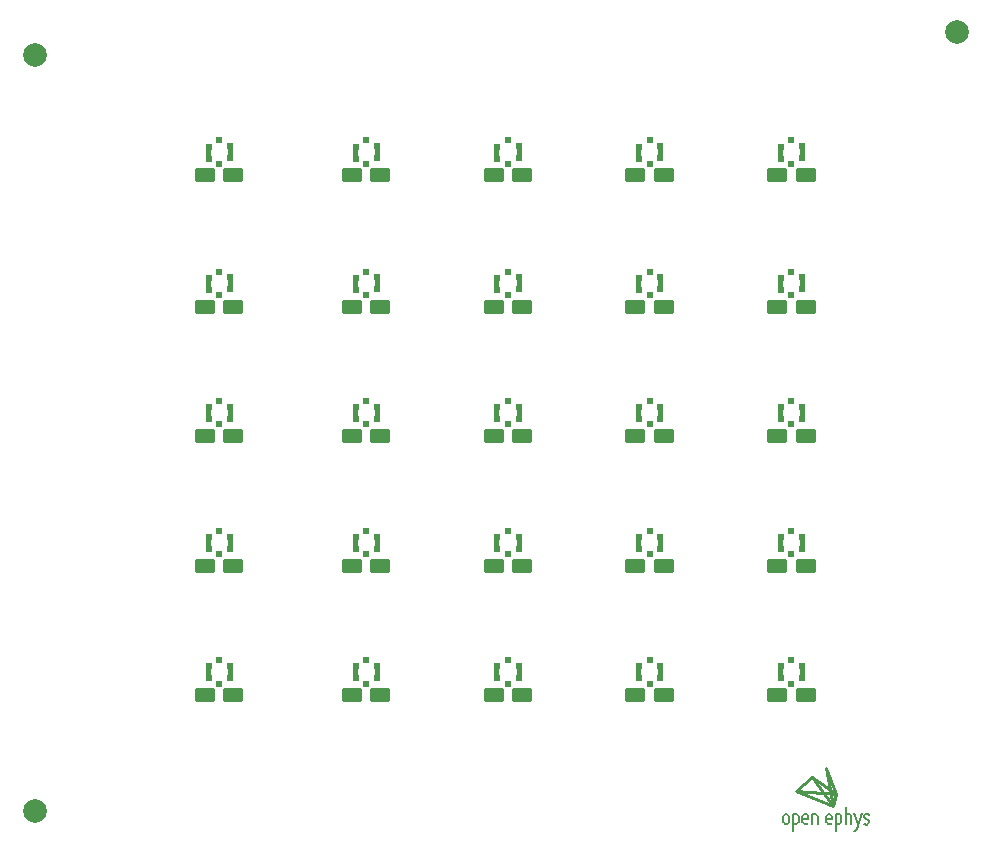
<source format=gts>
%TF.GenerationSoftware,KiCad,Pcbnew,(6.0.0)*%
%TF.CreationDate,2022-01-23T05:48:29-08:00*%
%TF.ProjectId,headstage-64s-coax-adapter_panel,68656164-7374-4616-9765-2d3634732d63,A*%
%TF.SameCoordinates,Original*%
%TF.FileFunction,Soldermask,Top*%
%TF.FilePolarity,Negative*%
%FSLAX46Y46*%
G04 Gerber Fmt 4.6, Leading zero omitted, Abs format (unit mm)*
G04 Created by KiCad (PCBNEW (6.0.0)) date 2022-01-23 05:48:29*
%MOMM*%
%LPD*%
G01*
G04 APERTURE LIST*
G04 Aperture macros list*
%AMRoundRect*
0 Rectangle with rounded corners*
0 $1 Rounding radius*
0 $2 $3 $4 $5 $6 $7 $8 $9 X,Y pos of 4 corners*
0 Add a 4 corners polygon primitive as box body*
4,1,4,$2,$3,$4,$5,$6,$7,$8,$9,$2,$3,0*
0 Add four circle primitives for the rounded corners*
1,1,$1+$1,$2,$3*
1,1,$1+$1,$4,$5*
1,1,$1+$1,$6,$7*
1,1,$1+$1,$8,$9*
0 Add four rect primitives between the rounded corners*
20,1,$1+$1,$2,$3,$4,$5,0*
20,1,$1+$1,$4,$5,$6,$7,0*
20,1,$1+$1,$6,$7,$8,$9,0*
20,1,$1+$1,$8,$9,$2,$3,0*%
%AMFreePoly0*
4,1,9,0.200000,-0.700000,-0.316000,-0.700000,-0.316000,-0.220000,-0.236000,-0.140000,-0.236000,0.260000,-0.316000,0.340000,-0.316000,0.824000,0.200000,0.824000,0.200000,-0.700000,0.200000,-0.700000,$1*%
G04 Aperture macros list end*
%ADD10C,0.275000*%
%ADD11C,0.180000*%
%ADD12RoundRect,0.312500X0.562500X-0.312500X0.562500X0.312500X-0.562500X0.312500X-0.562500X-0.312500X0*%
%ADD13FreePoly0,180.000000*%
%ADD14R,0.500000X0.500000*%
%ADD15FreePoly0,0.000000*%
%ADD16R,0.600000X0.550000*%
%ADD17C,2.000000*%
G04 APERTURE END LIST*
D10*
%TO.C,*%
X210720000Y-120438750D02*
X207620000Y-119138750D01*
X207620000Y-119138750D02*
X211020000Y-119438750D01*
X210720000Y-120438750D02*
X211020000Y-119438750D01*
X210720000Y-120438750D02*
X210120000Y-117238750D01*
X210120000Y-117238750D02*
X211020000Y-119438750D01*
X211020000Y-119438750D02*
X208920000Y-117938750D01*
X207620000Y-119138750D02*
X208920000Y-117938750D01*
X208920000Y-117938750D02*
X210720000Y-120438750D01*
D11*
X206700000Y-121978750D02*
X206820000Y-121978750D01*
X206820000Y-121978750D02*
G75*
G03*
X207000000Y-121798750I0J180000D01*
G01*
X207000000Y-121798750D02*
X207000000Y-121278750D01*
X207000000Y-121278750D02*
G75*
G03*
X206820000Y-121098750I-180000J0D01*
G01*
X206820000Y-121098750D02*
X206700000Y-121098750D01*
X206700000Y-121098750D02*
G75*
G03*
X206520000Y-121278750I0J-180000D01*
G01*
X206520000Y-121278750D02*
X206520000Y-121798750D01*
X206520000Y-121798750D02*
G75*
G03*
X206700000Y-121978750I180000J0D01*
G01*
X208620000Y-121278750D02*
G75*
G03*
X208440000Y-121098750I-180000J0D01*
G01*
X208440000Y-121098750D02*
X208320000Y-121098750D01*
X208320000Y-121098750D02*
G75*
G03*
X208140000Y-121278750I0J-180000D01*
G01*
X208140000Y-121278750D02*
X208140000Y-121798750D01*
X208140000Y-121798750D02*
G75*
G03*
X208320000Y-121978750I180000J0D01*
G01*
X209440000Y-121978750D02*
X209440000Y-121278750D01*
X209440000Y-121278750D02*
G75*
G03*
X209260000Y-121098750I-180000J0D01*
G01*
X209260000Y-121098750D02*
X208960000Y-121098750D01*
X208960000Y-121098750D02*
X208960000Y-121978750D01*
X210960000Y-121098750D02*
X210960000Y-121978750D01*
X210960000Y-121978750D02*
X211260000Y-121978750D01*
X211260000Y-121978750D02*
G75*
G03*
X211440000Y-121798750I0J180000D01*
G01*
X211440000Y-121798750D02*
X211440000Y-121278750D01*
X211440000Y-121278750D02*
G75*
G03*
X211260000Y-121098750I-180000J0D01*
G01*
X211260000Y-121098750D02*
X210960000Y-121098750D01*
X212290000Y-121978750D02*
X212280000Y-121278750D01*
X212280000Y-121278750D02*
G75*
G03*
X212100000Y-121098750I-180000J0D01*
G01*
X212100000Y-121098750D02*
X211870000Y-121098750D01*
X213660000Y-121058750D02*
X213540000Y-121058750D01*
X213540000Y-121058750D02*
G75*
G03*
X213360000Y-121238750I0J-180000D01*
G01*
X208200000Y-121538750D02*
X208620000Y-121538750D01*
X208320000Y-121978750D02*
X208500000Y-121978750D01*
X208500000Y-121978750D02*
G75*
G03*
X208570000Y-121908750I0J70000D01*
G01*
X208620000Y-121298750D02*
X208620000Y-121538750D01*
X210960000Y-121988750D02*
X210960000Y-122508750D01*
X212510000Y-121008750D02*
X212840000Y-121968750D01*
X213150000Y-121008750D02*
X212730000Y-122358750D01*
X212720000Y-122378750D02*
X212650000Y-122478750D01*
X212650000Y-122478750D02*
X212560000Y-122498750D01*
X212560000Y-122498750D02*
X212510000Y-122498750D01*
X207330000Y-121098750D02*
X207330000Y-121978750D01*
X207330000Y-121978750D02*
X207630000Y-121978750D01*
X207630000Y-121978750D02*
G75*
G03*
X207810000Y-121798750I0J180000D01*
G01*
X207810000Y-121798750D02*
X207810000Y-121278750D01*
X207810000Y-121278750D02*
G75*
G03*
X207630000Y-121098750I-180000J0D01*
G01*
X207630000Y-121098750D02*
X207330000Y-121098750D01*
X207330000Y-121988750D02*
X207330000Y-122508750D01*
X210640000Y-121278750D02*
G75*
G03*
X210460000Y-121098750I-180000J0D01*
G01*
X210460000Y-121098750D02*
X210340000Y-121098750D01*
X210340000Y-121098750D02*
G75*
G03*
X210160000Y-121278750I0J-180000D01*
G01*
X210160000Y-121278750D02*
X210160000Y-121798750D01*
X210160000Y-121798750D02*
G75*
G03*
X210340000Y-121978750I180000J0D01*
G01*
X210220000Y-121538750D02*
X210640000Y-121538750D01*
X210340000Y-121978750D02*
X210520000Y-121978750D01*
X210520000Y-121978750D02*
G75*
G03*
X210590000Y-121908750I0J70000D01*
G01*
X210640000Y-121298750D02*
X210640000Y-121538750D01*
X213360000Y-121248750D02*
X213360000Y-121298750D01*
X213360000Y-121298750D02*
X213370000Y-121348750D01*
X213370000Y-121348750D02*
X213410000Y-121408750D01*
X213410000Y-121408750D02*
X213570000Y-121528750D01*
X213670000Y-121058750D02*
X213710000Y-121078750D01*
X213710000Y-121078750D02*
X213760000Y-121108750D01*
X213760000Y-121108750D02*
X213780000Y-121138750D01*
X213780000Y-121138750D02*
X213780000Y-121158750D01*
X213500000Y-122008750D02*
X213620000Y-122008750D01*
X213620000Y-122008750D02*
G75*
G03*
X213800000Y-121828750I0J180000D01*
G01*
X213800000Y-121818750D02*
X213800000Y-121768750D01*
X213800000Y-121768750D02*
X213790000Y-121718750D01*
X213790000Y-121718750D02*
X213700000Y-121628750D01*
X213700000Y-121628750D02*
X213540000Y-121508750D01*
X213490000Y-122008750D02*
X213450000Y-121988750D01*
X213450000Y-121988750D02*
X213400000Y-121958750D01*
X213400000Y-121958750D02*
X213380000Y-121928750D01*
X213380000Y-121928750D02*
X213380000Y-121908750D01*
X211800000Y-121968750D02*
X211800000Y-120548750D01*
%TD*%
D12*
%TO.C,TP2*%
X206000001Y-67039340D03*
%TD*%
D13*
%TO.C,J1*%
X170214001Y-65015340D03*
D14*
X171200001Y-64077340D03*
D15*
X172186001Y-65139340D03*
D16*
X171200001Y-66052340D03*
%TD*%
D12*
%TO.C,TP1*%
X196400001Y-67039340D03*
%TD*%
%TO.C,TP1*%
X172400001Y-67039340D03*
%TD*%
%TO.C,TP2*%
X157560661Y-67039340D03*
%TD*%
D13*
%TO.C,J1*%
X206214001Y-65015340D03*
D14*
X207200001Y-64077340D03*
D15*
X208186001Y-65139340D03*
D16*
X207200001Y-66052340D03*
%TD*%
D12*
%TO.C,TP1*%
X208400001Y-67039340D03*
%TD*%
D13*
%TO.C,J1*%
X194214001Y-65015340D03*
D14*
X195200001Y-64077340D03*
D15*
X196186001Y-65139340D03*
D16*
X195200001Y-66052340D03*
%TD*%
D12*
%TO.C,TP1*%
X159960661Y-67039340D03*
%TD*%
%TO.C,TP2*%
X182000001Y-67039340D03*
%TD*%
%TO.C,TP2*%
X170000001Y-67039340D03*
%TD*%
D13*
%TO.C,J1*%
X157774661Y-65015340D03*
D14*
X158760661Y-64077340D03*
D15*
X159746661Y-65139340D03*
D16*
X158760661Y-66052340D03*
%TD*%
D12*
%TO.C,TP2*%
X194000001Y-67039340D03*
%TD*%
D13*
%TO.C,J1*%
X182214001Y-65015340D03*
D14*
X183200001Y-64077340D03*
D15*
X184186001Y-65139340D03*
D16*
X183200001Y-66052340D03*
%TD*%
D12*
%TO.C,TP1*%
X184400001Y-67039340D03*
%TD*%
%TO.C,TP2*%
X194000001Y-78160661D03*
%TD*%
%TO.C,TP2*%
X182000001Y-78160661D03*
%TD*%
%TO.C,TP1*%
X208400000Y-89100000D03*
%TD*%
D13*
%TO.C,J1*%
X157774661Y-76136661D03*
D14*
X158760661Y-75198661D03*
D15*
X159746661Y-76260661D03*
D16*
X158760661Y-77173661D03*
%TD*%
D13*
%TO.C,J1*%
X182214001Y-76136661D03*
D14*
X183200001Y-75198661D03*
D15*
X184186001Y-76260661D03*
D16*
X183200001Y-77173661D03*
%TD*%
D12*
%TO.C,TP1*%
X184400001Y-78160661D03*
%TD*%
%TO.C,TP2*%
X170000001Y-78160661D03*
%TD*%
%TO.C,TP2*%
X157560661Y-78160661D03*
%TD*%
D13*
%TO.C,J1*%
X194214000Y-87076000D03*
D14*
X195200000Y-86138000D03*
D15*
X196186000Y-87200000D03*
D16*
X195200000Y-88113000D03*
%TD*%
D12*
%TO.C,TP2*%
X206000000Y-89100000D03*
%TD*%
%TO.C,TP1*%
X196400001Y-78160661D03*
%TD*%
D13*
%TO.C,J1*%
X170214001Y-76136661D03*
D14*
X171200001Y-75198661D03*
D15*
X172186001Y-76260661D03*
D16*
X171200001Y-77173661D03*
%TD*%
D12*
%TO.C,TP1*%
X159960661Y-78160661D03*
%TD*%
%TO.C,TP1*%
X172400001Y-78160661D03*
%TD*%
%TO.C,TP2*%
X206000001Y-78160661D03*
%TD*%
D13*
%TO.C,J1*%
X206214001Y-76136661D03*
D14*
X207200001Y-75198661D03*
D15*
X208186001Y-76260661D03*
D16*
X207200001Y-77173661D03*
%TD*%
D13*
%TO.C,J1*%
X206214000Y-87076000D03*
D14*
X207200000Y-86138000D03*
D15*
X208186000Y-87200000D03*
D16*
X207200000Y-88113000D03*
%TD*%
D13*
%TO.C,J1*%
X194214001Y-76136661D03*
D14*
X195200001Y-75198661D03*
D15*
X196186001Y-76260661D03*
D16*
X195200001Y-77173661D03*
%TD*%
D12*
%TO.C,TP1*%
X208400001Y-78160661D03*
%TD*%
D13*
%TO.C,J1*%
X157774660Y-87076000D03*
D14*
X158760660Y-86138000D03*
D15*
X159746660Y-87200000D03*
D16*
X158760660Y-88113000D03*
%TD*%
D12*
%TO.C,TP2*%
X170000000Y-89100000D03*
%TD*%
%TO.C,TP2*%
X194000000Y-89100000D03*
%TD*%
%TO.C,TP1*%
X196400000Y-89100000D03*
%TD*%
D13*
%TO.C,J1*%
X182214000Y-87076000D03*
D14*
X183200000Y-86138000D03*
D15*
X184186000Y-87200000D03*
D16*
X183200000Y-88113000D03*
%TD*%
D12*
%TO.C,TP2*%
X182000000Y-89100000D03*
%TD*%
%TO.C,TP1*%
X184400000Y-89100000D03*
%TD*%
D13*
%TO.C,J1*%
X170214000Y-87076000D03*
D14*
X171200000Y-86138000D03*
D15*
X172186000Y-87200000D03*
D16*
X171200000Y-88113000D03*
%TD*%
D12*
%TO.C,TP1*%
X172400000Y-89100000D03*
%TD*%
%TO.C,TP2*%
X157560660Y-89100000D03*
%TD*%
%TO.C,TP1*%
X159960660Y-89100000D03*
%TD*%
%TO.C,TP1*%
X208400000Y-100100001D03*
%TD*%
D13*
%TO.C,J1*%
X194214000Y-98076001D03*
D14*
X195200000Y-97138001D03*
D15*
X196186000Y-98200001D03*
D16*
X195200000Y-99113001D03*
%TD*%
D12*
%TO.C,TP2*%
X206000000Y-100100001D03*
%TD*%
D13*
%TO.C,J1*%
X206214000Y-98076001D03*
D14*
X207200000Y-97138001D03*
D15*
X208186000Y-98200001D03*
D16*
X207200000Y-99113001D03*
%TD*%
D13*
%TO.C,J1*%
X157774660Y-98076001D03*
D14*
X158760660Y-97138001D03*
D15*
X159746660Y-98200001D03*
D16*
X158760660Y-99113001D03*
%TD*%
D12*
%TO.C,TP2*%
X170000000Y-100100001D03*
%TD*%
%TO.C,TP2*%
X194000000Y-100100001D03*
%TD*%
%TO.C,TP1*%
X196400000Y-100100001D03*
%TD*%
D13*
%TO.C,J1*%
X182214000Y-98076001D03*
D14*
X183200000Y-97138001D03*
D15*
X184186000Y-98200001D03*
D16*
X183200000Y-99113001D03*
%TD*%
D12*
%TO.C,TP2*%
X182000000Y-100100001D03*
%TD*%
%TO.C,TP1*%
X184400000Y-100100001D03*
%TD*%
D13*
%TO.C,J1*%
X170214000Y-98076001D03*
D14*
X171200000Y-97138001D03*
D15*
X172186000Y-98200001D03*
D16*
X171200000Y-99113001D03*
%TD*%
D12*
%TO.C,TP1*%
X172400000Y-100100001D03*
%TD*%
%TO.C,TP2*%
X157560660Y-100100001D03*
%TD*%
%TO.C,TP1*%
X159960660Y-100100001D03*
%TD*%
D13*
%TO.C,J1*%
X206213999Y-109015340D03*
D14*
X207199999Y-108077340D03*
D15*
X208185999Y-109139340D03*
D16*
X207199999Y-110052340D03*
%TD*%
D12*
%TO.C,TP2*%
X205999999Y-111039340D03*
%TD*%
%TO.C,TP1*%
X208399999Y-111039340D03*
%TD*%
D13*
%TO.C,J1*%
X194213999Y-109015340D03*
D14*
X195199999Y-108077340D03*
D15*
X196185999Y-109139340D03*
D16*
X195199999Y-110052340D03*
%TD*%
D12*
%TO.C,TP2*%
X193999999Y-111039340D03*
%TD*%
%TO.C,TP1*%
X196399999Y-111039340D03*
%TD*%
D13*
%TO.C,J1*%
X182213999Y-109015340D03*
D14*
X183199999Y-108077340D03*
D15*
X184185999Y-109139340D03*
D16*
X183199999Y-110052340D03*
%TD*%
D12*
%TO.C,TP2*%
X181999999Y-111039340D03*
%TD*%
%TO.C,TP1*%
X184399999Y-111039340D03*
%TD*%
D13*
%TO.C,J1*%
X170213999Y-109015340D03*
D14*
X171199999Y-108077340D03*
D15*
X172185999Y-109139340D03*
D16*
X171199999Y-110052340D03*
%TD*%
D12*
%TO.C,TP2*%
X169999999Y-111039340D03*
%TD*%
%TO.C,TP1*%
X172399999Y-111039340D03*
%TD*%
D13*
%TO.C,J1*%
X157774659Y-109015340D03*
D14*
X158760659Y-108077340D03*
D15*
X159746659Y-109139340D03*
D16*
X158760659Y-110052340D03*
%TD*%
D17*
%TO.C,*%
X221200000Y-54850000D03*
%TD*%
%TO.C,*%
X143200000Y-120850000D03*
%TD*%
D12*
%TO.C,TP1*%
X159960659Y-111039340D03*
%TD*%
%TO.C,TP2*%
X157560659Y-111039340D03*
%TD*%
D17*
%TO.C,REF\u002A\u002A*%
X143200000Y-56850000D03*
%TD*%
M02*

</source>
